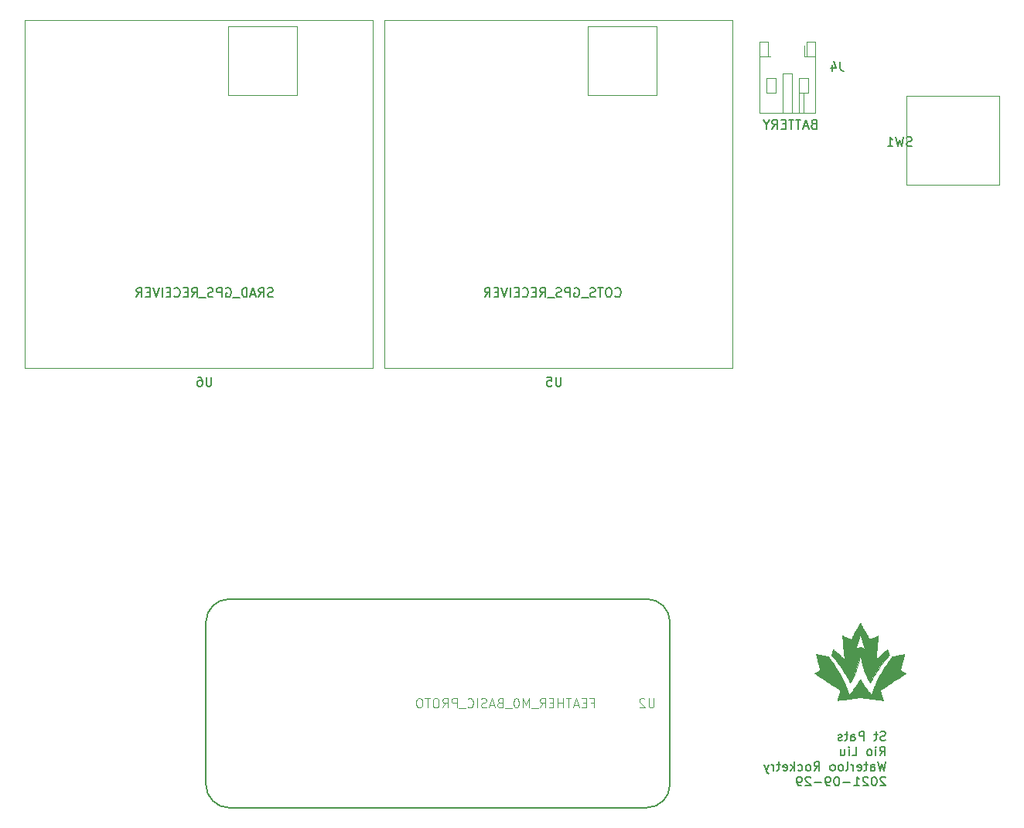
<source format=gbr>
%TF.GenerationSoftware,KiCad,Pcbnew,5.1.9+dfsg1-1*%
%TF.CreationDate,2021-09-30T01:50:27+00:00*%
%TF.ProjectId,st_pat,73745f70-6174-42e6-9b69-6361645f7063,rev?*%
%TF.SameCoordinates,Original*%
%TF.FileFunction,Legend,Bot*%
%TF.FilePolarity,Positive*%
%FSLAX46Y46*%
G04 Gerber Fmt 4.6, Leading zero omitted, Abs format (unit mm)*
G04 Created by KiCad (PCBNEW 5.1.9+dfsg1-1) date 2021-09-30 01:50:27*
%MOMM*%
%LPD*%
G01*
G04 APERTURE LIST*
%ADD10C,0.150000*%
%ADD11C,0.010000*%
%ADD12C,0.127000*%
%ADD13C,0.120000*%
%ADD14C,0.015000*%
G04 APERTURE END LIST*
D10*
X188180023Y-116293761D02*
X188037166Y-116341380D01*
X187799071Y-116341380D01*
X187703833Y-116293761D01*
X187656214Y-116246142D01*
X187608595Y-116150904D01*
X187608595Y-116055666D01*
X187656214Y-115960428D01*
X187703833Y-115912809D01*
X187799071Y-115865190D01*
X187989547Y-115817571D01*
X188084785Y-115769952D01*
X188132404Y-115722333D01*
X188180023Y-115627095D01*
X188180023Y-115531857D01*
X188132404Y-115436619D01*
X188084785Y-115389000D01*
X187989547Y-115341380D01*
X187751452Y-115341380D01*
X187608595Y-115389000D01*
X187322880Y-115674714D02*
X186941928Y-115674714D01*
X187180023Y-115341380D02*
X187180023Y-116198523D01*
X187132404Y-116293761D01*
X187037166Y-116341380D01*
X186941928Y-116341380D01*
X185846690Y-116341380D02*
X185846690Y-115341380D01*
X185465738Y-115341380D01*
X185370500Y-115389000D01*
X185322880Y-115436619D01*
X185275261Y-115531857D01*
X185275261Y-115674714D01*
X185322880Y-115769952D01*
X185370500Y-115817571D01*
X185465738Y-115865190D01*
X185846690Y-115865190D01*
X184418119Y-116341380D02*
X184418119Y-115817571D01*
X184465738Y-115722333D01*
X184560976Y-115674714D01*
X184751452Y-115674714D01*
X184846690Y-115722333D01*
X184418119Y-116293761D02*
X184513357Y-116341380D01*
X184751452Y-116341380D01*
X184846690Y-116293761D01*
X184894309Y-116198523D01*
X184894309Y-116103285D01*
X184846690Y-116008047D01*
X184751452Y-115960428D01*
X184513357Y-115960428D01*
X184418119Y-115912809D01*
X184084785Y-115674714D02*
X183703833Y-115674714D01*
X183941928Y-115341380D02*
X183941928Y-116198523D01*
X183894309Y-116293761D01*
X183799071Y-116341380D01*
X183703833Y-116341380D01*
X183418119Y-116293761D02*
X183322880Y-116341380D01*
X183132404Y-116341380D01*
X183037166Y-116293761D01*
X182989547Y-116198523D01*
X182989547Y-116150904D01*
X183037166Y-116055666D01*
X183132404Y-116008047D01*
X183275261Y-116008047D01*
X183370500Y-115960428D01*
X183418119Y-115865190D01*
X183418119Y-115817571D01*
X183370500Y-115722333D01*
X183275261Y-115674714D01*
X183132404Y-115674714D01*
X183037166Y-115722333D01*
X187560976Y-117991380D02*
X187894309Y-117515190D01*
X188132404Y-117991380D02*
X188132404Y-116991380D01*
X187751452Y-116991380D01*
X187656214Y-117039000D01*
X187608595Y-117086619D01*
X187560976Y-117181857D01*
X187560976Y-117324714D01*
X187608595Y-117419952D01*
X187656214Y-117467571D01*
X187751452Y-117515190D01*
X188132404Y-117515190D01*
X187132404Y-117991380D02*
X187132404Y-117324714D01*
X187132404Y-116991380D02*
X187180023Y-117039000D01*
X187132404Y-117086619D01*
X187084785Y-117039000D01*
X187132404Y-116991380D01*
X187132404Y-117086619D01*
X186513357Y-117991380D02*
X186608595Y-117943761D01*
X186656214Y-117896142D01*
X186703833Y-117800904D01*
X186703833Y-117515190D01*
X186656214Y-117419952D01*
X186608595Y-117372333D01*
X186513357Y-117324714D01*
X186370500Y-117324714D01*
X186275261Y-117372333D01*
X186227642Y-117419952D01*
X186180023Y-117515190D01*
X186180023Y-117800904D01*
X186227642Y-117896142D01*
X186275261Y-117943761D01*
X186370500Y-117991380D01*
X186513357Y-117991380D01*
X184513357Y-117991380D02*
X184989547Y-117991380D01*
X184989547Y-116991380D01*
X184180023Y-117991380D02*
X184180023Y-117324714D01*
X184180023Y-116991380D02*
X184227642Y-117039000D01*
X184180023Y-117086619D01*
X184132404Y-117039000D01*
X184180023Y-116991380D01*
X184180023Y-117086619D01*
X183275261Y-117324714D02*
X183275261Y-117991380D01*
X183703833Y-117324714D02*
X183703833Y-117848523D01*
X183656214Y-117943761D01*
X183560976Y-117991380D01*
X183418119Y-117991380D01*
X183322880Y-117943761D01*
X183275261Y-117896142D01*
X188227642Y-118641380D02*
X187989547Y-119641380D01*
X187799071Y-118927095D01*
X187608595Y-119641380D01*
X187370500Y-118641380D01*
X186560976Y-119641380D02*
X186560976Y-119117571D01*
X186608595Y-119022333D01*
X186703833Y-118974714D01*
X186894309Y-118974714D01*
X186989547Y-119022333D01*
X186560976Y-119593761D02*
X186656214Y-119641380D01*
X186894309Y-119641380D01*
X186989547Y-119593761D01*
X187037166Y-119498523D01*
X187037166Y-119403285D01*
X186989547Y-119308047D01*
X186894309Y-119260428D01*
X186656214Y-119260428D01*
X186560976Y-119212809D01*
X186227642Y-118974714D02*
X185846690Y-118974714D01*
X186084785Y-118641380D02*
X186084785Y-119498523D01*
X186037166Y-119593761D01*
X185941928Y-119641380D01*
X185846690Y-119641380D01*
X185132404Y-119593761D02*
X185227642Y-119641380D01*
X185418119Y-119641380D01*
X185513357Y-119593761D01*
X185560976Y-119498523D01*
X185560976Y-119117571D01*
X185513357Y-119022333D01*
X185418119Y-118974714D01*
X185227642Y-118974714D01*
X185132404Y-119022333D01*
X185084785Y-119117571D01*
X185084785Y-119212809D01*
X185560976Y-119308047D01*
X184656214Y-119641380D02*
X184656214Y-118974714D01*
X184656214Y-119165190D02*
X184608595Y-119069952D01*
X184560976Y-119022333D01*
X184465738Y-118974714D01*
X184370500Y-118974714D01*
X183894309Y-119641380D02*
X183989547Y-119593761D01*
X184037166Y-119498523D01*
X184037166Y-118641380D01*
X183370500Y-119641380D02*
X183465738Y-119593761D01*
X183513357Y-119546142D01*
X183560976Y-119450904D01*
X183560976Y-119165190D01*
X183513357Y-119069952D01*
X183465738Y-119022333D01*
X183370500Y-118974714D01*
X183227642Y-118974714D01*
X183132404Y-119022333D01*
X183084785Y-119069952D01*
X183037166Y-119165190D01*
X183037166Y-119450904D01*
X183084785Y-119546142D01*
X183132404Y-119593761D01*
X183227642Y-119641380D01*
X183370500Y-119641380D01*
X182465738Y-119641380D02*
X182560976Y-119593761D01*
X182608595Y-119546142D01*
X182656214Y-119450904D01*
X182656214Y-119165190D01*
X182608595Y-119069952D01*
X182560976Y-119022333D01*
X182465738Y-118974714D01*
X182322880Y-118974714D01*
X182227642Y-119022333D01*
X182180023Y-119069952D01*
X182132404Y-119165190D01*
X182132404Y-119450904D01*
X182180023Y-119546142D01*
X182227642Y-119593761D01*
X182322880Y-119641380D01*
X182465738Y-119641380D01*
X180370500Y-119641380D02*
X180703833Y-119165190D01*
X180941928Y-119641380D02*
X180941928Y-118641380D01*
X180560976Y-118641380D01*
X180465738Y-118689000D01*
X180418119Y-118736619D01*
X180370500Y-118831857D01*
X180370500Y-118974714D01*
X180418119Y-119069952D01*
X180465738Y-119117571D01*
X180560976Y-119165190D01*
X180941928Y-119165190D01*
X179799071Y-119641380D02*
X179894309Y-119593761D01*
X179941928Y-119546142D01*
X179989547Y-119450904D01*
X179989547Y-119165190D01*
X179941928Y-119069952D01*
X179894309Y-119022333D01*
X179799071Y-118974714D01*
X179656214Y-118974714D01*
X179560976Y-119022333D01*
X179513357Y-119069952D01*
X179465738Y-119165190D01*
X179465738Y-119450904D01*
X179513357Y-119546142D01*
X179560976Y-119593761D01*
X179656214Y-119641380D01*
X179799071Y-119641380D01*
X178608595Y-119593761D02*
X178703833Y-119641380D01*
X178894309Y-119641380D01*
X178989547Y-119593761D01*
X179037166Y-119546142D01*
X179084785Y-119450904D01*
X179084785Y-119165190D01*
X179037166Y-119069952D01*
X178989547Y-119022333D01*
X178894309Y-118974714D01*
X178703833Y-118974714D01*
X178608595Y-119022333D01*
X178180023Y-119641380D02*
X178180023Y-118641380D01*
X178084785Y-119260428D02*
X177799071Y-119641380D01*
X177799071Y-118974714D02*
X178180023Y-119355666D01*
X176989547Y-119593761D02*
X177084785Y-119641380D01*
X177275261Y-119641380D01*
X177370500Y-119593761D01*
X177418119Y-119498523D01*
X177418119Y-119117571D01*
X177370500Y-119022333D01*
X177275261Y-118974714D01*
X177084785Y-118974714D01*
X176989547Y-119022333D01*
X176941928Y-119117571D01*
X176941928Y-119212809D01*
X177418119Y-119308047D01*
X176656214Y-118974714D02*
X176275261Y-118974714D01*
X176513357Y-118641380D02*
X176513357Y-119498523D01*
X176465738Y-119593761D01*
X176370500Y-119641380D01*
X176275261Y-119641380D01*
X175941928Y-119641380D02*
X175941928Y-118974714D01*
X175941928Y-119165190D02*
X175894309Y-119069952D01*
X175846690Y-119022333D01*
X175751452Y-118974714D01*
X175656214Y-118974714D01*
X175418119Y-118974714D02*
X175180023Y-119641380D01*
X174941928Y-118974714D02*
X175180023Y-119641380D01*
X175275261Y-119879476D01*
X175322880Y-119927095D01*
X175418119Y-119974714D01*
X188180023Y-120386619D02*
X188132404Y-120339000D01*
X188037166Y-120291380D01*
X187799071Y-120291380D01*
X187703833Y-120339000D01*
X187656214Y-120386619D01*
X187608595Y-120481857D01*
X187608595Y-120577095D01*
X187656214Y-120719952D01*
X188227642Y-121291380D01*
X187608595Y-121291380D01*
X186989547Y-120291380D02*
X186894309Y-120291380D01*
X186799071Y-120339000D01*
X186751452Y-120386619D01*
X186703833Y-120481857D01*
X186656214Y-120672333D01*
X186656214Y-120910428D01*
X186703833Y-121100904D01*
X186751452Y-121196142D01*
X186799071Y-121243761D01*
X186894309Y-121291380D01*
X186989547Y-121291380D01*
X187084785Y-121243761D01*
X187132404Y-121196142D01*
X187180023Y-121100904D01*
X187227642Y-120910428D01*
X187227642Y-120672333D01*
X187180023Y-120481857D01*
X187132404Y-120386619D01*
X187084785Y-120339000D01*
X186989547Y-120291380D01*
X186275261Y-120386619D02*
X186227642Y-120339000D01*
X186132404Y-120291380D01*
X185894309Y-120291380D01*
X185799071Y-120339000D01*
X185751452Y-120386619D01*
X185703833Y-120481857D01*
X185703833Y-120577095D01*
X185751452Y-120719952D01*
X186322880Y-121291380D01*
X185703833Y-121291380D01*
X184751452Y-121291380D02*
X185322880Y-121291380D01*
X185037166Y-121291380D02*
X185037166Y-120291380D01*
X185132404Y-120434238D01*
X185227642Y-120529476D01*
X185322880Y-120577095D01*
X184322880Y-120910428D02*
X183560976Y-120910428D01*
X182894309Y-120291380D02*
X182799071Y-120291380D01*
X182703833Y-120339000D01*
X182656214Y-120386619D01*
X182608595Y-120481857D01*
X182560976Y-120672333D01*
X182560976Y-120910428D01*
X182608595Y-121100904D01*
X182656214Y-121196142D01*
X182703833Y-121243761D01*
X182799071Y-121291380D01*
X182894309Y-121291380D01*
X182989547Y-121243761D01*
X183037166Y-121196142D01*
X183084785Y-121100904D01*
X183132404Y-120910428D01*
X183132404Y-120672333D01*
X183084785Y-120481857D01*
X183037166Y-120386619D01*
X182989547Y-120339000D01*
X182894309Y-120291380D01*
X182084785Y-121291380D02*
X181894309Y-121291380D01*
X181799071Y-121243761D01*
X181751452Y-121196142D01*
X181656214Y-121053285D01*
X181608595Y-120862809D01*
X181608595Y-120481857D01*
X181656214Y-120386619D01*
X181703833Y-120339000D01*
X181799071Y-120291380D01*
X181989547Y-120291380D01*
X182084785Y-120339000D01*
X182132404Y-120386619D01*
X182180023Y-120481857D01*
X182180023Y-120719952D01*
X182132404Y-120815190D01*
X182084785Y-120862809D01*
X181989547Y-120910428D01*
X181799071Y-120910428D01*
X181703833Y-120862809D01*
X181656214Y-120815190D01*
X181608595Y-120719952D01*
X181180023Y-120910428D02*
X180418119Y-120910428D01*
X179989547Y-120386619D02*
X179941928Y-120339000D01*
X179846690Y-120291380D01*
X179608595Y-120291380D01*
X179513357Y-120339000D01*
X179465738Y-120386619D01*
X179418119Y-120481857D01*
X179418119Y-120577095D01*
X179465738Y-120719952D01*
X180037166Y-121291380D01*
X179418119Y-121291380D01*
X178941928Y-121291380D02*
X178751452Y-121291380D01*
X178656214Y-121243761D01*
X178608595Y-121196142D01*
X178513357Y-121053285D01*
X178465738Y-120862809D01*
X178465738Y-120481857D01*
X178513357Y-120386619D01*
X178560976Y-120339000D01*
X178656214Y-120291380D01*
X178846690Y-120291380D01*
X178941928Y-120339000D01*
X178989547Y-120386619D01*
X179037166Y-120481857D01*
X179037166Y-120719952D01*
X178989547Y-120815190D01*
X178941928Y-120862809D01*
X178846690Y-120910428D01*
X178656214Y-120910428D01*
X178560976Y-120862809D01*
X178513357Y-120815190D01*
X178465738Y-120719952D01*
D11*
%TO.C,G\u002A\u002A\u002A*%
G36*
X190218607Y-106883939D02*
G01*
X190179934Y-106890799D01*
X190119296Y-106902060D01*
X190039362Y-106917210D01*
X189942802Y-106935742D01*
X189832283Y-106957144D01*
X189710476Y-106980909D01*
X189580049Y-107006526D01*
X189577812Y-107006967D01*
X189416646Y-107038947D01*
X189281050Y-107066363D01*
X189169208Y-107089630D01*
X189079305Y-107109159D01*
X189009522Y-107125365D01*
X188958044Y-107138660D01*
X188923053Y-107149457D01*
X188902735Y-107158169D01*
X188897796Y-107161608D01*
X188872853Y-107188453D01*
X188834548Y-107235311D01*
X188785107Y-107299132D01*
X188726753Y-107376866D01*
X188661712Y-107465463D01*
X188592208Y-107561874D01*
X188520467Y-107663048D01*
X188448712Y-107765937D01*
X188379170Y-107867490D01*
X188335454Y-107932467D01*
X188128917Y-108250668D01*
X187926563Y-108579552D01*
X187730692Y-108914858D01*
X187543603Y-109252325D01*
X187367597Y-109587694D01*
X187204974Y-109916703D01*
X187058032Y-110235092D01*
X186930437Y-110535233D01*
X186898268Y-110617260D01*
X186863301Y-110710875D01*
X186827179Y-110811236D01*
X186791540Y-110913498D01*
X186758027Y-111012817D01*
X186728280Y-111104352D01*
X186703940Y-111183258D01*
X186686648Y-111244691D01*
X186679223Y-111276744D01*
X186670707Y-111310030D01*
X186661760Y-111327689D01*
X186659847Y-111328548D01*
X186646492Y-111318468D01*
X186617856Y-111290284D01*
X186576709Y-111247081D01*
X186525824Y-111191946D01*
X186467969Y-111127962D01*
X186405916Y-111058216D01*
X186342436Y-110985793D01*
X186280298Y-110913778D01*
X186222273Y-110845256D01*
X186179902Y-110794079D01*
X186050138Y-110630280D01*
X185930641Y-110468245D01*
X185817166Y-110301624D01*
X185705465Y-110124069D01*
X185591293Y-109929229D01*
X185538377Y-109834942D01*
X185498974Y-109765513D01*
X185463669Y-109706332D01*
X185434760Y-109661010D01*
X185414545Y-109633158D01*
X185405482Y-109626175D01*
X185394948Y-109642292D01*
X185374315Y-109677695D01*
X185346590Y-109727112D01*
X185315644Y-109783672D01*
X185161823Y-110055432D01*
X185005507Y-110305619D01*
X184842580Y-110540450D01*
X184668926Y-110766139D01*
X184647326Y-110792713D01*
X184594439Y-110856421D01*
X184535232Y-110926080D01*
X184472467Y-110998611D01*
X184408910Y-111070936D01*
X184347322Y-111139977D01*
X184290468Y-111202657D01*
X184241111Y-111255896D01*
X184202016Y-111296618D01*
X184175945Y-111321743D01*
X184166235Y-111328548D01*
X184157743Y-111316361D01*
X184148781Y-111286137D01*
X184146859Y-111276744D01*
X184136029Y-111231851D01*
X184116903Y-111165800D01*
X184091121Y-111083434D01*
X184060324Y-110989597D01*
X184026153Y-110889133D01*
X183990249Y-110786886D01*
X183954254Y-110687697D01*
X183919807Y-110596412D01*
X183895645Y-110535233D01*
X183769016Y-110237402D01*
X183624683Y-109924521D01*
X183464965Y-109600883D01*
X183292177Y-109270779D01*
X183108635Y-108938501D01*
X182916656Y-108608342D01*
X182718556Y-108284592D01*
X182516651Y-107971543D01*
X182492010Y-107934501D01*
X182425245Y-107835644D01*
X182354778Y-107733388D01*
X182282831Y-107630778D01*
X182211624Y-107530859D01*
X182143376Y-107436678D01*
X182080310Y-107351278D01*
X182024644Y-107277707D01*
X181978600Y-107219008D01*
X181944397Y-107178228D01*
X181928894Y-107162158D01*
X181914188Y-107154221D01*
X181884419Y-107144132D01*
X181837887Y-107131504D01*
X181772897Y-107115953D01*
X181687752Y-107097094D01*
X181580753Y-107074541D01*
X181450205Y-107047909D01*
X181294410Y-107016813D01*
X181248878Y-107007816D01*
X181118268Y-106982127D01*
X180996233Y-106958273D01*
X180885438Y-106936763D01*
X180788553Y-106918110D01*
X180708245Y-106902824D01*
X180647182Y-106891415D01*
X180608030Y-106884395D01*
X180593459Y-106882274D01*
X180593437Y-106882286D01*
X180596259Y-106895686D01*
X180605286Y-106933291D01*
X180619817Y-106992342D01*
X180639153Y-107070077D01*
X180662593Y-107163738D01*
X180689436Y-107270563D01*
X180718983Y-107387794D01*
X180750534Y-107512668D01*
X180783387Y-107642427D01*
X180816843Y-107774310D01*
X180850202Y-107905557D01*
X180882763Y-108033407D01*
X180913826Y-108155102D01*
X180942690Y-108267880D01*
X180968656Y-108368981D01*
X180991024Y-108455645D01*
X181009092Y-108525113D01*
X181022161Y-108574623D01*
X181029531Y-108601416D01*
X181029849Y-108602481D01*
X181026470Y-108613082D01*
X181009865Y-108629195D01*
X180977883Y-108652232D01*
X180928370Y-108683607D01*
X180859174Y-108724732D01*
X180768142Y-108777021D01*
X180737070Y-108794633D01*
X180654611Y-108841680D01*
X180580832Y-108884570D01*
X180519012Y-108921331D01*
X180472428Y-108949994D01*
X180444359Y-108968588D01*
X180437425Y-108974799D01*
X180448851Y-108983622D01*
X180482182Y-109006694D01*
X180535995Y-109043075D01*
X180608867Y-109091826D01*
X180699377Y-109152007D01*
X180806101Y-109222680D01*
X180927617Y-109302904D01*
X181062503Y-109391740D01*
X181209337Y-109488249D01*
X181366695Y-109591492D01*
X181533155Y-109700528D01*
X181707296Y-109814419D01*
X181842962Y-109903030D01*
X182021982Y-110020004D01*
X182194400Y-110132882D01*
X182358790Y-110240720D01*
X182513729Y-110342575D01*
X182657795Y-110437504D01*
X182789564Y-110524564D01*
X182907613Y-110602813D01*
X183010519Y-110671307D01*
X183096857Y-110729102D01*
X183165205Y-110775257D01*
X183214140Y-110808828D01*
X183242238Y-110828872D01*
X183248782Y-110834466D01*
X183244767Y-110850370D01*
X183233190Y-110889896D01*
X183214946Y-110950145D01*
X183190927Y-111028218D01*
X183162027Y-111121218D01*
X183129140Y-111226245D01*
X183093159Y-111340400D01*
X183080203Y-111381334D01*
X183043627Y-111497683D01*
X183010219Y-111605715D01*
X182980824Y-111702568D01*
X182956284Y-111785382D01*
X182937443Y-111851297D01*
X182925144Y-111897452D01*
X182920230Y-111920987D01*
X182920421Y-111923362D01*
X182935269Y-111923074D01*
X182975778Y-111919633D01*
X183039977Y-111913262D01*
X183125896Y-111904180D01*
X183231567Y-111892609D01*
X183355018Y-111878769D01*
X183494279Y-111862882D01*
X183647382Y-111845167D01*
X183812355Y-111825847D01*
X183987229Y-111805142D01*
X184170034Y-111783273D01*
X184171271Y-111783124D01*
X185413041Y-111633808D01*
X186629364Y-111780411D01*
X186810959Y-111802254D01*
X186985083Y-111823114D01*
X187149692Y-111842748D01*
X187302745Y-111860919D01*
X187442197Y-111877387D01*
X187566006Y-111891911D01*
X187672130Y-111904251D01*
X187758524Y-111914169D01*
X187823146Y-111921423D01*
X187863953Y-111925775D01*
X187878488Y-111927014D01*
X187903686Y-111922837D01*
X187911288Y-111915463D01*
X187907212Y-111900076D01*
X187895584Y-111861068D01*
X187877304Y-111801338D01*
X187853273Y-111723788D01*
X187824389Y-111631316D01*
X187791554Y-111526824D01*
X187755666Y-111413210D01*
X187744274Y-111377261D01*
X187707615Y-111261287D01*
X187673743Y-111153408D01*
X187643559Y-111056546D01*
X187617965Y-110973627D01*
X187597861Y-110907575D01*
X187584149Y-110861316D01*
X187577730Y-110837773D01*
X187577361Y-110835579D01*
X187588803Y-110826202D01*
X187622154Y-110802590D01*
X187675993Y-110765688D01*
X187748894Y-110716439D01*
X187839435Y-110655787D01*
X187946194Y-110584679D01*
X188067747Y-110504056D01*
X188202671Y-110414865D01*
X188349543Y-110318049D01*
X188506940Y-110214552D01*
X188673438Y-110105319D01*
X188847616Y-109991295D01*
X188983059Y-109902790D01*
X189162051Y-109785835D01*
X189334438Y-109673031D01*
X189498797Y-109565315D01*
X189653705Y-109463627D01*
X189797741Y-109368907D01*
X189929483Y-109282094D01*
X190047508Y-109204127D01*
X190150394Y-109135944D01*
X190236718Y-109078487D01*
X190305059Y-109032692D01*
X190353994Y-108999501D01*
X190382101Y-108979852D01*
X190388657Y-108974559D01*
X190377049Y-108965112D01*
X190344407Y-108944074D01*
X190294011Y-108913414D01*
X190229137Y-108875099D01*
X190153064Y-108831097D01*
X190089012Y-108794633D01*
X189991185Y-108738812D01*
X189915823Y-108694567D01*
X189860774Y-108660486D01*
X189823886Y-108635155D01*
X189803006Y-108617163D01*
X189795980Y-108605095D01*
X189796233Y-108602481D01*
X189803168Y-108577447D01*
X189815853Y-108529491D01*
X189833587Y-108461374D01*
X189855670Y-108375855D01*
X189881402Y-108275697D01*
X189910082Y-108163658D01*
X189941011Y-108042500D01*
X189973488Y-107914983D01*
X190006814Y-107783868D01*
X190040287Y-107651914D01*
X190073208Y-107521882D01*
X190104876Y-107396534D01*
X190134591Y-107278628D01*
X190161654Y-107170926D01*
X190185363Y-107076188D01*
X190205019Y-106997175D01*
X190219921Y-106936647D01*
X190229370Y-106897364D01*
X190232665Y-106882087D01*
X190232646Y-106881987D01*
X190218607Y-106883939D01*
G37*
X190218607Y-106883939D02*
X190179934Y-106890799D01*
X190119296Y-106902060D01*
X190039362Y-106917210D01*
X189942802Y-106935742D01*
X189832283Y-106957144D01*
X189710476Y-106980909D01*
X189580049Y-107006526D01*
X189577812Y-107006967D01*
X189416646Y-107038947D01*
X189281050Y-107066363D01*
X189169208Y-107089630D01*
X189079305Y-107109159D01*
X189009522Y-107125365D01*
X188958044Y-107138660D01*
X188923053Y-107149457D01*
X188902735Y-107158169D01*
X188897796Y-107161608D01*
X188872853Y-107188453D01*
X188834548Y-107235311D01*
X188785107Y-107299132D01*
X188726753Y-107376866D01*
X188661712Y-107465463D01*
X188592208Y-107561874D01*
X188520467Y-107663048D01*
X188448712Y-107765937D01*
X188379170Y-107867490D01*
X188335454Y-107932467D01*
X188128917Y-108250668D01*
X187926563Y-108579552D01*
X187730692Y-108914858D01*
X187543603Y-109252325D01*
X187367597Y-109587694D01*
X187204974Y-109916703D01*
X187058032Y-110235092D01*
X186930437Y-110535233D01*
X186898268Y-110617260D01*
X186863301Y-110710875D01*
X186827179Y-110811236D01*
X186791540Y-110913498D01*
X186758027Y-111012817D01*
X186728280Y-111104352D01*
X186703940Y-111183258D01*
X186686648Y-111244691D01*
X186679223Y-111276744D01*
X186670707Y-111310030D01*
X186661760Y-111327689D01*
X186659847Y-111328548D01*
X186646492Y-111318468D01*
X186617856Y-111290284D01*
X186576709Y-111247081D01*
X186525824Y-111191946D01*
X186467969Y-111127962D01*
X186405916Y-111058216D01*
X186342436Y-110985793D01*
X186280298Y-110913778D01*
X186222273Y-110845256D01*
X186179902Y-110794079D01*
X186050138Y-110630280D01*
X185930641Y-110468245D01*
X185817166Y-110301624D01*
X185705465Y-110124069D01*
X185591293Y-109929229D01*
X185538377Y-109834942D01*
X185498974Y-109765513D01*
X185463669Y-109706332D01*
X185434760Y-109661010D01*
X185414545Y-109633158D01*
X185405482Y-109626175D01*
X185394948Y-109642292D01*
X185374315Y-109677695D01*
X185346590Y-109727112D01*
X185315644Y-109783672D01*
X185161823Y-110055432D01*
X185005507Y-110305619D01*
X184842580Y-110540450D01*
X184668926Y-110766139D01*
X184647326Y-110792713D01*
X184594439Y-110856421D01*
X184535232Y-110926080D01*
X184472467Y-110998611D01*
X184408910Y-111070936D01*
X184347322Y-111139977D01*
X184290468Y-111202657D01*
X184241111Y-111255896D01*
X184202016Y-111296618D01*
X184175945Y-111321743D01*
X184166235Y-111328548D01*
X184157743Y-111316361D01*
X184148781Y-111286137D01*
X184146859Y-111276744D01*
X184136029Y-111231851D01*
X184116903Y-111165800D01*
X184091121Y-111083434D01*
X184060324Y-110989597D01*
X184026153Y-110889133D01*
X183990249Y-110786886D01*
X183954254Y-110687697D01*
X183919807Y-110596412D01*
X183895645Y-110535233D01*
X183769016Y-110237402D01*
X183624683Y-109924521D01*
X183464965Y-109600883D01*
X183292177Y-109270779D01*
X183108635Y-108938501D01*
X182916656Y-108608342D01*
X182718556Y-108284592D01*
X182516651Y-107971543D01*
X182492010Y-107934501D01*
X182425245Y-107835644D01*
X182354778Y-107733388D01*
X182282831Y-107630778D01*
X182211624Y-107530859D01*
X182143376Y-107436678D01*
X182080310Y-107351278D01*
X182024644Y-107277707D01*
X181978600Y-107219008D01*
X181944397Y-107178228D01*
X181928894Y-107162158D01*
X181914188Y-107154221D01*
X181884419Y-107144132D01*
X181837887Y-107131504D01*
X181772897Y-107115953D01*
X181687752Y-107097094D01*
X181580753Y-107074541D01*
X181450205Y-107047909D01*
X181294410Y-107016813D01*
X181248878Y-107007816D01*
X181118268Y-106982127D01*
X180996233Y-106958273D01*
X180885438Y-106936763D01*
X180788553Y-106918110D01*
X180708245Y-106902824D01*
X180647182Y-106891415D01*
X180608030Y-106884395D01*
X180593459Y-106882274D01*
X180593437Y-106882286D01*
X180596259Y-106895686D01*
X180605286Y-106933291D01*
X180619817Y-106992342D01*
X180639153Y-107070077D01*
X180662593Y-107163738D01*
X180689436Y-107270563D01*
X180718983Y-107387794D01*
X180750534Y-107512668D01*
X180783387Y-107642427D01*
X180816843Y-107774310D01*
X180850202Y-107905557D01*
X180882763Y-108033407D01*
X180913826Y-108155102D01*
X180942690Y-108267880D01*
X180968656Y-108368981D01*
X180991024Y-108455645D01*
X181009092Y-108525113D01*
X181022161Y-108574623D01*
X181029531Y-108601416D01*
X181029849Y-108602481D01*
X181026470Y-108613082D01*
X181009865Y-108629195D01*
X180977883Y-108652232D01*
X180928370Y-108683607D01*
X180859174Y-108724732D01*
X180768142Y-108777021D01*
X180737070Y-108794633D01*
X180654611Y-108841680D01*
X180580832Y-108884570D01*
X180519012Y-108921331D01*
X180472428Y-108949994D01*
X180444359Y-108968588D01*
X180437425Y-108974799D01*
X180448851Y-108983622D01*
X180482182Y-109006694D01*
X180535995Y-109043075D01*
X180608867Y-109091826D01*
X180699377Y-109152007D01*
X180806101Y-109222680D01*
X180927617Y-109302904D01*
X181062503Y-109391740D01*
X181209337Y-109488249D01*
X181366695Y-109591492D01*
X181533155Y-109700528D01*
X181707296Y-109814419D01*
X181842962Y-109903030D01*
X182021982Y-110020004D01*
X182194400Y-110132882D01*
X182358790Y-110240720D01*
X182513729Y-110342575D01*
X182657795Y-110437504D01*
X182789564Y-110524564D01*
X182907613Y-110602813D01*
X183010519Y-110671307D01*
X183096857Y-110729102D01*
X183165205Y-110775257D01*
X183214140Y-110808828D01*
X183242238Y-110828872D01*
X183248782Y-110834466D01*
X183244767Y-110850370D01*
X183233190Y-110889896D01*
X183214946Y-110950145D01*
X183190927Y-111028218D01*
X183162027Y-111121218D01*
X183129140Y-111226245D01*
X183093159Y-111340400D01*
X183080203Y-111381334D01*
X183043627Y-111497683D01*
X183010219Y-111605715D01*
X182980824Y-111702568D01*
X182956284Y-111785382D01*
X182937443Y-111851297D01*
X182925144Y-111897452D01*
X182920230Y-111920987D01*
X182920421Y-111923362D01*
X182935269Y-111923074D01*
X182975778Y-111919633D01*
X183039977Y-111913262D01*
X183125896Y-111904180D01*
X183231567Y-111892609D01*
X183355018Y-111878769D01*
X183494279Y-111862882D01*
X183647382Y-111845167D01*
X183812355Y-111825847D01*
X183987229Y-111805142D01*
X184170034Y-111783273D01*
X184171271Y-111783124D01*
X185413041Y-111633808D01*
X186629364Y-111780411D01*
X186810959Y-111802254D01*
X186985083Y-111823114D01*
X187149692Y-111842748D01*
X187302745Y-111860919D01*
X187442197Y-111877387D01*
X187566006Y-111891911D01*
X187672130Y-111904251D01*
X187758524Y-111914169D01*
X187823146Y-111921423D01*
X187863953Y-111925775D01*
X187878488Y-111927014D01*
X187903686Y-111922837D01*
X187911288Y-111915463D01*
X187907212Y-111900076D01*
X187895584Y-111861068D01*
X187877304Y-111801338D01*
X187853273Y-111723788D01*
X187824389Y-111631316D01*
X187791554Y-111526824D01*
X187755666Y-111413210D01*
X187744274Y-111377261D01*
X187707615Y-111261287D01*
X187673743Y-111153408D01*
X187643559Y-111056546D01*
X187617965Y-110973627D01*
X187597861Y-110907575D01*
X187584149Y-110861316D01*
X187577730Y-110837773D01*
X187577361Y-110835579D01*
X187588803Y-110826202D01*
X187622154Y-110802590D01*
X187675993Y-110765688D01*
X187748894Y-110716439D01*
X187839435Y-110655787D01*
X187946194Y-110584679D01*
X188067747Y-110504056D01*
X188202671Y-110414865D01*
X188349543Y-110318049D01*
X188506940Y-110214552D01*
X188673438Y-110105319D01*
X188847616Y-109991295D01*
X188983059Y-109902790D01*
X189162051Y-109785835D01*
X189334438Y-109673031D01*
X189498797Y-109565315D01*
X189653705Y-109463627D01*
X189797741Y-109368907D01*
X189929483Y-109282094D01*
X190047508Y-109204127D01*
X190150394Y-109135944D01*
X190236718Y-109078487D01*
X190305059Y-109032692D01*
X190353994Y-108999501D01*
X190382101Y-108979852D01*
X190388657Y-108974559D01*
X190377049Y-108965112D01*
X190344407Y-108944074D01*
X190294011Y-108913414D01*
X190229137Y-108875099D01*
X190153064Y-108831097D01*
X190089012Y-108794633D01*
X189991185Y-108738812D01*
X189915823Y-108694567D01*
X189860774Y-108660486D01*
X189823886Y-108635155D01*
X189803006Y-108617163D01*
X189795980Y-108605095D01*
X189796233Y-108602481D01*
X189803168Y-108577447D01*
X189815853Y-108529491D01*
X189833587Y-108461374D01*
X189855670Y-108375855D01*
X189881402Y-108275697D01*
X189910082Y-108163658D01*
X189941011Y-108042500D01*
X189973488Y-107914983D01*
X190006814Y-107783868D01*
X190040287Y-107651914D01*
X190073208Y-107521882D01*
X190104876Y-107396534D01*
X190134591Y-107278628D01*
X190161654Y-107170926D01*
X190185363Y-107076188D01*
X190205019Y-106997175D01*
X190219921Y-106936647D01*
X190229370Y-106897364D01*
X190232665Y-106882087D01*
X190232646Y-106881987D01*
X190218607Y-106883939D01*
G36*
X185404172Y-103491810D02*
G01*
X185382969Y-103526138D01*
X185350534Y-103580988D01*
X185307966Y-103654430D01*
X185256366Y-103744537D01*
X185196834Y-103849380D01*
X185130470Y-103967029D01*
X185058374Y-104095556D01*
X184981648Y-104233033D01*
X184915106Y-104352787D01*
X184835262Y-104496733D01*
X184759205Y-104633789D01*
X184688035Y-104761976D01*
X184622853Y-104879311D01*
X184564762Y-104983816D01*
X184514862Y-105073509D01*
X184474255Y-105146410D01*
X184444041Y-105200539D01*
X184425322Y-105233916D01*
X184419333Y-105244394D01*
X184410886Y-105247201D01*
X184391181Y-105243900D01*
X184358174Y-105233702D01*
X184309820Y-105215817D01*
X184244077Y-105189456D01*
X184158898Y-105153831D01*
X184052240Y-105108152D01*
X183938435Y-105058770D01*
X183831542Y-105012519D01*
X183732735Y-104970396D01*
X183644891Y-104933580D01*
X183570887Y-104903250D01*
X183513602Y-104880585D01*
X183475914Y-104866763D01*
X183460699Y-104862964D01*
X183460601Y-104863034D01*
X183460640Y-104877846D01*
X183463210Y-104918416D01*
X183468141Y-104982798D01*
X183475258Y-105069044D01*
X183484390Y-105175209D01*
X183495365Y-105299346D01*
X183508010Y-105439509D01*
X183522152Y-105593751D01*
X183537620Y-105760127D01*
X183554240Y-105936690D01*
X183571841Y-106121493D01*
X183574788Y-106152226D01*
X183592559Y-106338115D01*
X183609436Y-106516027D01*
X183625242Y-106684020D01*
X183639802Y-106840154D01*
X183652937Y-106982488D01*
X183664472Y-107109082D01*
X183674231Y-107217995D01*
X183682035Y-107307285D01*
X183687709Y-107375013D01*
X183691077Y-107419238D01*
X183691960Y-107438019D01*
X183691855Y-107438538D01*
X183680697Y-107430621D01*
X183650625Y-107405773D01*
X183603487Y-107365605D01*
X183541133Y-107311726D01*
X183465409Y-107245745D01*
X183378165Y-107169272D01*
X183281249Y-107083918D01*
X183176510Y-106991291D01*
X183083878Y-106909079D01*
X182973784Y-106811387D01*
X182869801Y-106719446D01*
X182773800Y-106634890D01*
X182687652Y-106559352D01*
X182613231Y-106494465D01*
X182552406Y-106441861D01*
X182507051Y-106403174D01*
X182479036Y-106380035D01*
X182470294Y-106373809D01*
X182466045Y-106376925D01*
X182459516Y-106387816D01*
X182449802Y-106408795D01*
X182435998Y-106442177D01*
X182417199Y-106490276D01*
X182392499Y-106555404D01*
X182360994Y-106639877D01*
X182321778Y-106746007D01*
X182276494Y-106869166D01*
X182235147Y-106981784D01*
X182353748Y-107118604D01*
X182506768Y-107299611D01*
X182667267Y-107497790D01*
X182832993Y-107709920D01*
X183001694Y-107932782D01*
X183171121Y-108163156D01*
X183339021Y-108397821D01*
X183503143Y-108633558D01*
X183661236Y-108867146D01*
X183811048Y-109095366D01*
X183950328Y-109314997D01*
X184076826Y-109522819D01*
X184188289Y-109715613D01*
X184255616Y-109838873D01*
X184331199Y-109981245D01*
X184377111Y-109914515D01*
X184464633Y-109777790D01*
X184555323Y-109618444D01*
X184647001Y-109441174D01*
X184737486Y-109250674D01*
X184824596Y-109051642D01*
X184906151Y-108848774D01*
X184979969Y-108646765D01*
X185016385Y-108538028D01*
X185082051Y-108323960D01*
X185147778Y-108088794D01*
X185211911Y-107839211D01*
X185272791Y-107581896D01*
X185328763Y-107323531D01*
X185372308Y-107102394D01*
X185411742Y-106891527D01*
X185483393Y-107248531D01*
X185562574Y-107620304D01*
X185645986Y-107966580D01*
X185734380Y-108289476D01*
X185828506Y-108591112D01*
X185929115Y-108873606D01*
X186036957Y-109139077D01*
X186152782Y-109389644D01*
X186277340Y-109627427D01*
X186399463Y-109835377D01*
X186432713Y-109888208D01*
X186461137Y-109931711D01*
X186481286Y-109960711D01*
X186489108Y-109969978D01*
X186499439Y-109961278D01*
X186518669Y-109932679D01*
X186543527Y-109889318D01*
X186558075Y-109861697D01*
X186638970Y-109710968D01*
X186736218Y-109542122D01*
X186847842Y-109357990D01*
X186971868Y-109161403D01*
X187106319Y-108955194D01*
X187249219Y-108742193D01*
X187398592Y-108525232D01*
X187552462Y-108307144D01*
X187708853Y-108090758D01*
X187865789Y-107878908D01*
X188021294Y-107674425D01*
X188173392Y-107480139D01*
X188320107Y-107298884D01*
X188459463Y-107133489D01*
X188472334Y-107118604D01*
X188590935Y-106981784D01*
X188549588Y-106869166D01*
X188502192Y-106740271D01*
X188463369Y-106635236D01*
X188432217Y-106551748D01*
X188407831Y-106487495D01*
X188389307Y-106440164D01*
X188375741Y-106407443D01*
X188366229Y-106387020D01*
X188359867Y-106376582D01*
X188355936Y-106373809D01*
X188343756Y-106382801D01*
X188312673Y-106408689D01*
X188264561Y-106449841D01*
X188201290Y-106504626D01*
X188124733Y-106571411D01*
X188036761Y-106648565D01*
X187939245Y-106734455D01*
X187834058Y-106827451D01*
X187742198Y-106908924D01*
X187632273Y-107006381D01*
X187528627Y-107097924D01*
X187433108Y-107181945D01*
X187347564Y-107256835D01*
X187273844Y-107320983D01*
X187213796Y-107372780D01*
X187169268Y-107410618D01*
X187142110Y-107432887D01*
X187134072Y-107438383D01*
X187134551Y-107424018D01*
X187137541Y-107383887D01*
X187142867Y-107319932D01*
X187150350Y-107234093D01*
X187159814Y-107128309D01*
X187171083Y-107004522D01*
X187183979Y-106864672D01*
X187198325Y-106710699D01*
X187213946Y-106544543D01*
X187230663Y-106368146D01*
X187232823Y-106345517D01*
X185918761Y-106345517D01*
X185913675Y-106347002D01*
X185893224Y-106331940D01*
X185861665Y-106303527D01*
X185857581Y-106299611D01*
X185808345Y-106258626D01*
X185747164Y-106216615D01*
X185691397Y-106184857D01*
X185567176Y-106137687D01*
X185441078Y-106117548D01*
X185315854Y-106124020D01*
X185194257Y-106156685D01*
X185079039Y-106215125D01*
X184979096Y-106293106D01*
X184943477Y-106324838D01*
X184918193Y-106344248D01*
X184907417Y-106348247D01*
X184907639Y-106345973D01*
X184913007Y-106329234D01*
X184925907Y-106288302D01*
X184945593Y-106225562D01*
X184971319Y-106143396D01*
X185002341Y-106044191D01*
X185037912Y-105930328D01*
X185077287Y-105804193D01*
X185119720Y-105668169D01*
X185162241Y-105531781D01*
X185206706Y-105389200D01*
X185248685Y-105254742D01*
X185287454Y-105130722D01*
X185322287Y-105019456D01*
X185352458Y-104923256D01*
X185377240Y-104844438D01*
X185395909Y-104785316D01*
X185407738Y-104748205D01*
X185411992Y-104735424D01*
X185416461Y-104747775D01*
X185428470Y-104784420D01*
X185447297Y-104843072D01*
X185472218Y-104921444D01*
X185502511Y-105017248D01*
X185537452Y-105128199D01*
X185576318Y-105252009D01*
X185618386Y-105386391D01*
X185662834Y-105528739D01*
X185707598Y-105672217D01*
X185750019Y-105808064D01*
X185789353Y-105933901D01*
X185824854Y-106047353D01*
X185855777Y-106146042D01*
X185881378Y-106227590D01*
X185900913Y-106289621D01*
X185913635Y-106329757D01*
X185918761Y-106345517D01*
X187232823Y-106345517D01*
X187248300Y-106183447D01*
X187251294Y-106152226D01*
X187269037Y-105966262D01*
X187285825Y-105788220D01*
X187301486Y-105620045D01*
X187315848Y-105463685D01*
X187328738Y-105321086D01*
X187339984Y-105194195D01*
X187349414Y-105084958D01*
X187356856Y-104995322D01*
X187362138Y-104927233D01*
X187365087Y-104882639D01*
X187365531Y-104863484D01*
X187365354Y-104862907D01*
X187351029Y-104866256D01*
X187314125Y-104879663D01*
X187257528Y-104901948D01*
X187184125Y-104931932D01*
X187096803Y-104968435D01*
X186998450Y-105010277D01*
X186891952Y-105056278D01*
X186889751Y-105057236D01*
X186783229Y-105103540D01*
X186684989Y-105146138D01*
X186597895Y-105183797D01*
X186524808Y-105215284D01*
X186468590Y-105239366D01*
X186432103Y-105254809D01*
X186418210Y-105260382D01*
X186418182Y-105260384D01*
X186410831Y-105248521D01*
X186391081Y-105214206D01*
X186359996Y-105159344D01*
X186318646Y-105085843D01*
X186268096Y-104995612D01*
X186209414Y-104890557D01*
X186143667Y-104772586D01*
X186071921Y-104643607D01*
X185995245Y-104505526D01*
X185920178Y-104370132D01*
X185839703Y-104225212D01*
X185762937Y-104087622D01*
X185690968Y-103959271D01*
X185624884Y-103842072D01*
X185565774Y-103737933D01*
X185514725Y-103648764D01*
X185472826Y-103576476D01*
X185441165Y-103522978D01*
X185420831Y-103490182D01*
X185413041Y-103479933D01*
X185404172Y-103491810D01*
G37*
X185404172Y-103491810D02*
X185382969Y-103526138D01*
X185350534Y-103580988D01*
X185307966Y-103654430D01*
X185256366Y-103744537D01*
X185196834Y-103849380D01*
X185130470Y-103967029D01*
X185058374Y-104095556D01*
X184981648Y-104233033D01*
X184915106Y-104352787D01*
X184835262Y-104496733D01*
X184759205Y-104633789D01*
X184688035Y-104761976D01*
X184622853Y-104879311D01*
X184564762Y-104983816D01*
X184514862Y-105073509D01*
X184474255Y-105146410D01*
X184444041Y-105200539D01*
X184425322Y-105233916D01*
X184419333Y-105244394D01*
X184410886Y-105247201D01*
X184391181Y-105243900D01*
X184358174Y-105233702D01*
X184309820Y-105215817D01*
X184244077Y-105189456D01*
X184158898Y-105153831D01*
X184052240Y-105108152D01*
X183938435Y-105058770D01*
X183831542Y-105012519D01*
X183732735Y-104970396D01*
X183644891Y-104933580D01*
X183570887Y-104903250D01*
X183513602Y-104880585D01*
X183475914Y-104866763D01*
X183460699Y-104862964D01*
X183460601Y-104863034D01*
X183460640Y-104877846D01*
X183463210Y-104918416D01*
X183468141Y-104982798D01*
X183475258Y-105069044D01*
X183484390Y-105175209D01*
X183495365Y-105299346D01*
X183508010Y-105439509D01*
X183522152Y-105593751D01*
X183537620Y-105760127D01*
X183554240Y-105936690D01*
X183571841Y-106121493D01*
X183574788Y-106152226D01*
X183592559Y-106338115D01*
X183609436Y-106516027D01*
X183625242Y-106684020D01*
X183639802Y-106840154D01*
X183652937Y-106982488D01*
X183664472Y-107109082D01*
X183674231Y-107217995D01*
X183682035Y-107307285D01*
X183687709Y-107375013D01*
X183691077Y-107419238D01*
X183691960Y-107438019D01*
X183691855Y-107438538D01*
X183680697Y-107430621D01*
X183650625Y-107405773D01*
X183603487Y-107365605D01*
X183541133Y-107311726D01*
X183465409Y-107245745D01*
X183378165Y-107169272D01*
X183281249Y-107083918D01*
X183176510Y-106991291D01*
X183083878Y-106909079D01*
X182973784Y-106811387D01*
X182869801Y-106719446D01*
X182773800Y-106634890D01*
X182687652Y-106559352D01*
X182613231Y-106494465D01*
X182552406Y-106441861D01*
X182507051Y-106403174D01*
X182479036Y-106380035D01*
X182470294Y-106373809D01*
X182466045Y-106376925D01*
X182459516Y-106387816D01*
X182449802Y-106408795D01*
X182435998Y-106442177D01*
X182417199Y-106490276D01*
X182392499Y-106555404D01*
X182360994Y-106639877D01*
X182321778Y-106746007D01*
X182276494Y-106869166D01*
X182235147Y-106981784D01*
X182353748Y-107118604D01*
X182506768Y-107299611D01*
X182667267Y-107497790D01*
X182832993Y-107709920D01*
X183001694Y-107932782D01*
X183171121Y-108163156D01*
X183339021Y-108397821D01*
X183503143Y-108633558D01*
X183661236Y-108867146D01*
X183811048Y-109095366D01*
X183950328Y-109314997D01*
X184076826Y-109522819D01*
X184188289Y-109715613D01*
X184255616Y-109838873D01*
X184331199Y-109981245D01*
X184377111Y-109914515D01*
X184464633Y-109777790D01*
X184555323Y-109618444D01*
X184647001Y-109441174D01*
X184737486Y-109250674D01*
X184824596Y-109051642D01*
X184906151Y-108848774D01*
X184979969Y-108646765D01*
X185016385Y-108538028D01*
X185082051Y-108323960D01*
X185147778Y-108088794D01*
X185211911Y-107839211D01*
X185272791Y-107581896D01*
X185328763Y-107323531D01*
X185372308Y-107102394D01*
X185411742Y-106891527D01*
X185483393Y-107248531D01*
X185562574Y-107620304D01*
X185645986Y-107966580D01*
X185734380Y-108289476D01*
X185828506Y-108591112D01*
X185929115Y-108873606D01*
X186036957Y-109139077D01*
X186152782Y-109389644D01*
X186277340Y-109627427D01*
X186399463Y-109835377D01*
X186432713Y-109888208D01*
X186461137Y-109931711D01*
X186481286Y-109960711D01*
X186489108Y-109969978D01*
X186499439Y-109961278D01*
X186518669Y-109932679D01*
X186543527Y-109889318D01*
X186558075Y-109861697D01*
X186638970Y-109710968D01*
X186736218Y-109542122D01*
X186847842Y-109357990D01*
X186971868Y-109161403D01*
X187106319Y-108955194D01*
X187249219Y-108742193D01*
X187398592Y-108525232D01*
X187552462Y-108307144D01*
X187708853Y-108090758D01*
X187865789Y-107878908D01*
X188021294Y-107674425D01*
X188173392Y-107480139D01*
X188320107Y-107298884D01*
X188459463Y-107133489D01*
X188472334Y-107118604D01*
X188590935Y-106981784D01*
X188549588Y-106869166D01*
X188502192Y-106740271D01*
X188463369Y-106635236D01*
X188432217Y-106551748D01*
X188407831Y-106487495D01*
X188389307Y-106440164D01*
X188375741Y-106407443D01*
X188366229Y-106387020D01*
X188359867Y-106376582D01*
X188355936Y-106373809D01*
X188343756Y-106382801D01*
X188312673Y-106408689D01*
X188264561Y-106449841D01*
X188201290Y-106504626D01*
X188124733Y-106571411D01*
X188036761Y-106648565D01*
X187939245Y-106734455D01*
X187834058Y-106827451D01*
X187742198Y-106908924D01*
X187632273Y-107006381D01*
X187528627Y-107097924D01*
X187433108Y-107181945D01*
X187347564Y-107256835D01*
X187273844Y-107320983D01*
X187213796Y-107372780D01*
X187169268Y-107410618D01*
X187142110Y-107432887D01*
X187134072Y-107438383D01*
X187134551Y-107424018D01*
X187137541Y-107383887D01*
X187142867Y-107319932D01*
X187150350Y-107234093D01*
X187159814Y-107128309D01*
X187171083Y-107004522D01*
X187183979Y-106864672D01*
X187198325Y-106710699D01*
X187213946Y-106544543D01*
X187230663Y-106368146D01*
X187232823Y-106345517D01*
X185918761Y-106345517D01*
X185913675Y-106347002D01*
X185893224Y-106331940D01*
X185861665Y-106303527D01*
X185857581Y-106299611D01*
X185808345Y-106258626D01*
X185747164Y-106216615D01*
X185691397Y-106184857D01*
X185567176Y-106137687D01*
X185441078Y-106117548D01*
X185315854Y-106124020D01*
X185194257Y-106156685D01*
X185079039Y-106215125D01*
X184979096Y-106293106D01*
X184943477Y-106324838D01*
X184918193Y-106344248D01*
X184907417Y-106348247D01*
X184907639Y-106345973D01*
X184913007Y-106329234D01*
X184925907Y-106288302D01*
X184945593Y-106225562D01*
X184971319Y-106143396D01*
X185002341Y-106044191D01*
X185037912Y-105930328D01*
X185077287Y-105804193D01*
X185119720Y-105668169D01*
X185162241Y-105531781D01*
X185206706Y-105389200D01*
X185248685Y-105254742D01*
X185287454Y-105130722D01*
X185322287Y-105019456D01*
X185352458Y-104923256D01*
X185377240Y-104844438D01*
X185395909Y-104785316D01*
X185407738Y-104748205D01*
X185411992Y-104735424D01*
X185416461Y-104747775D01*
X185428470Y-104784420D01*
X185447297Y-104843072D01*
X185472218Y-104921444D01*
X185502511Y-105017248D01*
X185537452Y-105128199D01*
X185576318Y-105252009D01*
X185618386Y-105386391D01*
X185662834Y-105528739D01*
X185707598Y-105672217D01*
X185750019Y-105808064D01*
X185789353Y-105933901D01*
X185824854Y-106047353D01*
X185855777Y-106146042D01*
X185881378Y-106227590D01*
X185900913Y-106289621D01*
X185913635Y-106329757D01*
X185918761Y-106345517D01*
X187232823Y-106345517D01*
X187248300Y-106183447D01*
X187251294Y-106152226D01*
X187269037Y-105966262D01*
X187285825Y-105788220D01*
X187301486Y-105620045D01*
X187315848Y-105463685D01*
X187328738Y-105321086D01*
X187339984Y-105194195D01*
X187349414Y-105084958D01*
X187356856Y-104995322D01*
X187362138Y-104927233D01*
X187365087Y-104882639D01*
X187365531Y-104863484D01*
X187365354Y-104862907D01*
X187351029Y-104866256D01*
X187314125Y-104879663D01*
X187257528Y-104901948D01*
X187184125Y-104931932D01*
X187096803Y-104968435D01*
X186998450Y-105010277D01*
X186891952Y-105056278D01*
X186889751Y-105057236D01*
X186783229Y-105103540D01*
X186684989Y-105146138D01*
X186597895Y-105183797D01*
X186524808Y-105215284D01*
X186468590Y-105239366D01*
X186432103Y-105254809D01*
X186418210Y-105260382D01*
X186418182Y-105260384D01*
X186410831Y-105248521D01*
X186391081Y-105214206D01*
X186359996Y-105159344D01*
X186318646Y-105085843D01*
X186268096Y-104995612D01*
X186209414Y-104890557D01*
X186143667Y-104772586D01*
X186071921Y-104643607D01*
X185995245Y-104505526D01*
X185920178Y-104370132D01*
X185839703Y-104225212D01*
X185762937Y-104087622D01*
X185690968Y-103959271D01*
X185624884Y-103842072D01*
X185565774Y-103737933D01*
X185514725Y-103648764D01*
X185472826Y-103576476D01*
X185441165Y-103522978D01*
X185420831Y-103490182D01*
X185413041Y-103479933D01*
X185404172Y-103491810D01*
D12*
%TO.C,U2*%
X164592000Y-121158000D02*
X164592000Y-103378000D01*
X162052000Y-100838000D02*
X116332000Y-100838000D01*
X113792000Y-103378000D02*
X113792000Y-121158000D01*
X116332000Y-123698000D02*
X162052000Y-123698000D01*
X162052000Y-123698000D02*
G75*
G03*
X164592000Y-121158000I0J2540000D01*
G01*
X164592000Y-103378000D02*
G75*
G03*
X162052000Y-100838000I-2540000J0D01*
G01*
X116332000Y-100838000D02*
G75*
G03*
X113792000Y-103378000I0J-2540000D01*
G01*
X113792000Y-121158000D02*
G75*
G03*
X116332000Y-123698000I2540000J0D01*
G01*
D13*
%TO.C,U6*%
X132080000Y-75565000D02*
X132080000Y-37465000D01*
X132080000Y-37465000D02*
X93980000Y-37465000D01*
X93980000Y-37465000D02*
X93980000Y-75565000D01*
X93980000Y-75565000D02*
X132080000Y-75565000D01*
X123735000Y-38150000D02*
X116235000Y-38150000D01*
X116235000Y-38150000D02*
X116235000Y-45650000D01*
X116235000Y-45650000D02*
X123735000Y-45650000D01*
X123735000Y-45650000D02*
X123735000Y-38150000D01*
%TO.C,U5*%
X171450000Y-75565000D02*
X171450000Y-37465000D01*
X171450000Y-37465000D02*
X133350000Y-37465000D01*
X133350000Y-37465000D02*
X133350000Y-75565000D01*
X133350000Y-75565000D02*
X171450000Y-75565000D01*
X163105000Y-38150000D02*
X155605000Y-38150000D01*
X155605000Y-38150000D02*
X155605000Y-45650000D01*
X155605000Y-45650000D02*
X163105000Y-45650000D01*
X163105000Y-45650000D02*
X163105000Y-38150000D01*
%TO.C,SW1*%
X190520000Y-55510000D02*
X200660000Y-55510000D01*
X200660000Y-55510000D02*
X200660000Y-45760000D01*
X200660000Y-45760000D02*
X190520000Y-45760000D01*
X190520000Y-55510000D02*
X190520000Y-45760000D01*
%TO.C,J4*%
X179295000Y-41415000D02*
X179575000Y-41415000D01*
X179575000Y-41415000D02*
X179575000Y-39815000D01*
X179575000Y-39815000D02*
X180495000Y-39815000D01*
X180495000Y-39815000D02*
X180495000Y-47635000D01*
X180495000Y-47635000D02*
X174375000Y-47635000D01*
X174375000Y-47635000D02*
X174375000Y-39815000D01*
X174375000Y-39815000D02*
X175295000Y-39815000D01*
X175295000Y-39815000D02*
X175295000Y-41415000D01*
X175295000Y-41415000D02*
X175575000Y-41415000D01*
X177935000Y-47635000D02*
X177935000Y-43275000D01*
X177935000Y-43275000D02*
X176935000Y-43275000D01*
X176935000Y-43275000D02*
X176935000Y-47635000D01*
X180495000Y-41415000D02*
X179575000Y-41415000D01*
X174375000Y-41415000D02*
X175295000Y-41415000D01*
X179735000Y-43775000D02*
X179735000Y-45375000D01*
X179735000Y-45375000D02*
X178735000Y-45375000D01*
X178735000Y-45375000D02*
X178735000Y-43775000D01*
X178735000Y-43775000D02*
X179735000Y-43775000D01*
X175135000Y-43775000D02*
X175135000Y-45375000D01*
X175135000Y-45375000D02*
X176135000Y-45375000D01*
X176135000Y-45375000D02*
X176135000Y-43775000D01*
X176135000Y-43775000D02*
X175135000Y-43775000D01*
X178735000Y-45375000D02*
X178735000Y-47635000D01*
X179235000Y-45375000D02*
X179235000Y-47635000D01*
X179295000Y-41415000D02*
X179295000Y-40200000D01*
%TO.C,U2*%
D14*
X162813904Y-111720380D02*
X162813904Y-112529904D01*
X162766285Y-112625142D01*
X162718666Y-112672761D01*
X162623428Y-112720380D01*
X162432952Y-112720380D01*
X162337714Y-112672761D01*
X162290095Y-112625142D01*
X162242476Y-112529904D01*
X162242476Y-111720380D01*
X161813904Y-111815619D02*
X161766285Y-111768000D01*
X161671047Y-111720380D01*
X161432952Y-111720380D01*
X161337714Y-111768000D01*
X161290095Y-111815619D01*
X161242476Y-111910857D01*
X161242476Y-112006095D01*
X161290095Y-112148952D01*
X161861523Y-112720380D01*
X161242476Y-112720380D01*
X155915142Y-112196571D02*
X156248476Y-112196571D01*
X156248476Y-112720380D02*
X156248476Y-111720380D01*
X155772285Y-111720380D01*
X155391333Y-112196571D02*
X155058000Y-112196571D01*
X154915142Y-112720380D02*
X155391333Y-112720380D01*
X155391333Y-111720380D01*
X154915142Y-111720380D01*
X154534190Y-112434666D02*
X154058000Y-112434666D01*
X154629428Y-112720380D02*
X154296095Y-111720380D01*
X153962761Y-112720380D01*
X153772285Y-111720380D02*
X153200857Y-111720380D01*
X153486571Y-112720380D02*
X153486571Y-111720380D01*
X152867523Y-112720380D02*
X152867523Y-111720380D01*
X152867523Y-112196571D02*
X152296095Y-112196571D01*
X152296095Y-112720380D02*
X152296095Y-111720380D01*
X151819904Y-112196571D02*
X151486571Y-112196571D01*
X151343714Y-112720380D02*
X151819904Y-112720380D01*
X151819904Y-111720380D01*
X151343714Y-111720380D01*
X150343714Y-112720380D02*
X150677047Y-112244190D01*
X150915142Y-112720380D02*
X150915142Y-111720380D01*
X150534190Y-111720380D01*
X150438952Y-111768000D01*
X150391333Y-111815619D01*
X150343714Y-111910857D01*
X150343714Y-112053714D01*
X150391333Y-112148952D01*
X150438952Y-112196571D01*
X150534190Y-112244190D01*
X150915142Y-112244190D01*
X150153238Y-112815619D02*
X149391333Y-112815619D01*
X149153238Y-112720380D02*
X149153238Y-111720380D01*
X148819904Y-112434666D01*
X148486571Y-111720380D01*
X148486571Y-112720380D01*
X147819904Y-111720380D02*
X147724666Y-111720380D01*
X147629428Y-111768000D01*
X147581809Y-111815619D01*
X147534190Y-111910857D01*
X147486571Y-112101333D01*
X147486571Y-112339428D01*
X147534190Y-112529904D01*
X147581809Y-112625142D01*
X147629428Y-112672761D01*
X147724666Y-112720380D01*
X147819904Y-112720380D01*
X147915142Y-112672761D01*
X147962761Y-112625142D01*
X148010380Y-112529904D01*
X148058000Y-112339428D01*
X148058000Y-112101333D01*
X148010380Y-111910857D01*
X147962761Y-111815619D01*
X147915142Y-111768000D01*
X147819904Y-111720380D01*
X147296095Y-112815619D02*
X146534190Y-112815619D01*
X145962761Y-112196571D02*
X145819904Y-112244190D01*
X145772285Y-112291809D01*
X145724666Y-112387047D01*
X145724666Y-112529904D01*
X145772285Y-112625142D01*
X145819904Y-112672761D01*
X145915142Y-112720380D01*
X146296095Y-112720380D01*
X146296095Y-111720380D01*
X145962761Y-111720380D01*
X145867523Y-111768000D01*
X145819904Y-111815619D01*
X145772285Y-111910857D01*
X145772285Y-112006095D01*
X145819904Y-112101333D01*
X145867523Y-112148952D01*
X145962761Y-112196571D01*
X146296095Y-112196571D01*
X145343714Y-112434666D02*
X144867523Y-112434666D01*
X145438952Y-112720380D02*
X145105619Y-111720380D01*
X144772285Y-112720380D01*
X144486571Y-112672761D02*
X144343714Y-112720380D01*
X144105619Y-112720380D01*
X144010380Y-112672761D01*
X143962761Y-112625142D01*
X143915142Y-112529904D01*
X143915142Y-112434666D01*
X143962761Y-112339428D01*
X144010380Y-112291809D01*
X144105619Y-112244190D01*
X144296095Y-112196571D01*
X144391333Y-112148952D01*
X144438952Y-112101333D01*
X144486571Y-112006095D01*
X144486571Y-111910857D01*
X144438952Y-111815619D01*
X144391333Y-111768000D01*
X144296095Y-111720380D01*
X144058000Y-111720380D01*
X143915142Y-111768000D01*
X143486571Y-112720380D02*
X143486571Y-111720380D01*
X142438952Y-112625142D02*
X142486571Y-112672761D01*
X142629428Y-112720380D01*
X142724666Y-112720380D01*
X142867523Y-112672761D01*
X142962761Y-112577523D01*
X143010380Y-112482285D01*
X143058000Y-112291809D01*
X143058000Y-112148952D01*
X143010380Y-111958476D01*
X142962761Y-111863238D01*
X142867523Y-111768000D01*
X142724666Y-111720380D01*
X142629428Y-111720380D01*
X142486571Y-111768000D01*
X142438952Y-111815619D01*
X142248476Y-112815619D02*
X141486571Y-112815619D01*
X141248476Y-112720380D02*
X141248476Y-111720380D01*
X140867523Y-111720380D01*
X140772285Y-111768000D01*
X140724666Y-111815619D01*
X140677047Y-111910857D01*
X140677047Y-112053714D01*
X140724666Y-112148952D01*
X140772285Y-112196571D01*
X140867523Y-112244190D01*
X141248476Y-112244190D01*
X139677047Y-112720380D02*
X140010380Y-112244190D01*
X140248476Y-112720380D02*
X140248476Y-111720380D01*
X139867523Y-111720380D01*
X139772285Y-111768000D01*
X139724666Y-111815619D01*
X139677047Y-111910857D01*
X139677047Y-112053714D01*
X139724666Y-112148952D01*
X139772285Y-112196571D01*
X139867523Y-112244190D01*
X140248476Y-112244190D01*
X139058000Y-111720380D02*
X138867523Y-111720380D01*
X138772285Y-111768000D01*
X138677047Y-111863238D01*
X138629428Y-112053714D01*
X138629428Y-112387047D01*
X138677047Y-112577523D01*
X138772285Y-112672761D01*
X138867523Y-112720380D01*
X139058000Y-112720380D01*
X139153238Y-112672761D01*
X139248476Y-112577523D01*
X139296095Y-112387047D01*
X139296095Y-112053714D01*
X139248476Y-111863238D01*
X139153238Y-111768000D01*
X139058000Y-111720380D01*
X138343714Y-111720380D02*
X137772285Y-111720380D01*
X138058000Y-112720380D02*
X138058000Y-111720380D01*
X137248476Y-111720380D02*
X137058000Y-111720380D01*
X136962761Y-111768000D01*
X136867523Y-111863238D01*
X136819904Y-112053714D01*
X136819904Y-112387047D01*
X136867523Y-112577523D01*
X136962761Y-112672761D01*
X137058000Y-112720380D01*
X137248476Y-112720380D01*
X137343714Y-112672761D01*
X137438952Y-112577523D01*
X137486571Y-112387047D01*
X137486571Y-112053714D01*
X137438952Y-111863238D01*
X137343714Y-111768000D01*
X137248476Y-111720380D01*
%TO.C,U6*%
D10*
X114403904Y-76541380D02*
X114403904Y-77350904D01*
X114356285Y-77446142D01*
X114308666Y-77493761D01*
X114213428Y-77541380D01*
X114022952Y-77541380D01*
X113927714Y-77493761D01*
X113880095Y-77446142D01*
X113832476Y-77350904D01*
X113832476Y-76541380D01*
X112927714Y-76541380D02*
X113118190Y-76541380D01*
X113213428Y-76589000D01*
X113261047Y-76636619D01*
X113356285Y-76779476D01*
X113403904Y-76969952D01*
X113403904Y-77350904D01*
X113356285Y-77446142D01*
X113308666Y-77493761D01*
X113213428Y-77541380D01*
X113022952Y-77541380D01*
X112927714Y-77493761D01*
X112880095Y-77446142D01*
X112832476Y-77350904D01*
X112832476Y-77112809D01*
X112880095Y-77017571D01*
X112927714Y-76969952D01*
X113022952Y-76922333D01*
X113213428Y-76922333D01*
X113308666Y-76969952D01*
X113356285Y-77017571D01*
X113403904Y-77112809D01*
X121141190Y-67714761D02*
X120998333Y-67762380D01*
X120760238Y-67762380D01*
X120665000Y-67714761D01*
X120617380Y-67667142D01*
X120569761Y-67571904D01*
X120569761Y-67476666D01*
X120617380Y-67381428D01*
X120665000Y-67333809D01*
X120760238Y-67286190D01*
X120950714Y-67238571D01*
X121045952Y-67190952D01*
X121093571Y-67143333D01*
X121141190Y-67048095D01*
X121141190Y-66952857D01*
X121093571Y-66857619D01*
X121045952Y-66810000D01*
X120950714Y-66762380D01*
X120712619Y-66762380D01*
X120569761Y-66810000D01*
X119569761Y-67762380D02*
X119903095Y-67286190D01*
X120141190Y-67762380D02*
X120141190Y-66762380D01*
X119760238Y-66762380D01*
X119665000Y-66810000D01*
X119617380Y-66857619D01*
X119569761Y-66952857D01*
X119569761Y-67095714D01*
X119617380Y-67190952D01*
X119665000Y-67238571D01*
X119760238Y-67286190D01*
X120141190Y-67286190D01*
X119188809Y-67476666D02*
X118712619Y-67476666D01*
X119284047Y-67762380D02*
X118950714Y-66762380D01*
X118617380Y-67762380D01*
X118284047Y-67762380D02*
X118284047Y-66762380D01*
X118045952Y-66762380D01*
X117903095Y-66810000D01*
X117807857Y-66905238D01*
X117760238Y-67000476D01*
X117712619Y-67190952D01*
X117712619Y-67333809D01*
X117760238Y-67524285D01*
X117807857Y-67619523D01*
X117903095Y-67714761D01*
X118045952Y-67762380D01*
X118284047Y-67762380D01*
X117522142Y-67857619D02*
X116760238Y-67857619D01*
X115998333Y-66810000D02*
X116093571Y-66762380D01*
X116236428Y-66762380D01*
X116379285Y-66810000D01*
X116474523Y-66905238D01*
X116522142Y-67000476D01*
X116569761Y-67190952D01*
X116569761Y-67333809D01*
X116522142Y-67524285D01*
X116474523Y-67619523D01*
X116379285Y-67714761D01*
X116236428Y-67762380D01*
X116141190Y-67762380D01*
X115998333Y-67714761D01*
X115950714Y-67667142D01*
X115950714Y-67333809D01*
X116141190Y-67333809D01*
X115522142Y-67762380D02*
X115522142Y-66762380D01*
X115141190Y-66762380D01*
X115045952Y-66810000D01*
X114998333Y-66857619D01*
X114950714Y-66952857D01*
X114950714Y-67095714D01*
X114998333Y-67190952D01*
X115045952Y-67238571D01*
X115141190Y-67286190D01*
X115522142Y-67286190D01*
X114569761Y-67714761D02*
X114426904Y-67762380D01*
X114188809Y-67762380D01*
X114093571Y-67714761D01*
X114045952Y-67667142D01*
X113998333Y-67571904D01*
X113998333Y-67476666D01*
X114045952Y-67381428D01*
X114093571Y-67333809D01*
X114188809Y-67286190D01*
X114379285Y-67238571D01*
X114474523Y-67190952D01*
X114522142Y-67143333D01*
X114569761Y-67048095D01*
X114569761Y-66952857D01*
X114522142Y-66857619D01*
X114474523Y-66810000D01*
X114379285Y-66762380D01*
X114141190Y-66762380D01*
X113998333Y-66810000D01*
X113807857Y-67857619D02*
X113045952Y-67857619D01*
X112236428Y-67762380D02*
X112569761Y-67286190D01*
X112807857Y-67762380D02*
X112807857Y-66762380D01*
X112426904Y-66762380D01*
X112331666Y-66810000D01*
X112284047Y-66857619D01*
X112236428Y-66952857D01*
X112236428Y-67095714D01*
X112284047Y-67190952D01*
X112331666Y-67238571D01*
X112426904Y-67286190D01*
X112807857Y-67286190D01*
X111807857Y-67238571D02*
X111474523Y-67238571D01*
X111331666Y-67762380D02*
X111807857Y-67762380D01*
X111807857Y-66762380D01*
X111331666Y-66762380D01*
X110331666Y-67667142D02*
X110379285Y-67714761D01*
X110522142Y-67762380D01*
X110617380Y-67762380D01*
X110760238Y-67714761D01*
X110855476Y-67619523D01*
X110903095Y-67524285D01*
X110950714Y-67333809D01*
X110950714Y-67190952D01*
X110903095Y-67000476D01*
X110855476Y-66905238D01*
X110760238Y-66810000D01*
X110617380Y-66762380D01*
X110522142Y-66762380D01*
X110379285Y-66810000D01*
X110331666Y-66857619D01*
X109903095Y-67238571D02*
X109569761Y-67238571D01*
X109426904Y-67762380D02*
X109903095Y-67762380D01*
X109903095Y-66762380D01*
X109426904Y-66762380D01*
X108998333Y-67762380D02*
X108998333Y-66762380D01*
X108665000Y-66762380D02*
X108331666Y-67762380D01*
X107998333Y-66762380D01*
X107665000Y-67238571D02*
X107331666Y-67238571D01*
X107188809Y-67762380D02*
X107665000Y-67762380D01*
X107665000Y-66762380D01*
X107188809Y-66762380D01*
X106188809Y-67762380D02*
X106522142Y-67286190D01*
X106760238Y-67762380D02*
X106760238Y-66762380D01*
X106379285Y-66762380D01*
X106284047Y-66810000D01*
X106236428Y-66857619D01*
X106188809Y-66952857D01*
X106188809Y-67095714D01*
X106236428Y-67190952D01*
X106284047Y-67238571D01*
X106379285Y-67286190D01*
X106760238Y-67286190D01*
%TO.C,U5*%
X152653904Y-76541380D02*
X152653904Y-77350904D01*
X152606285Y-77446142D01*
X152558666Y-77493761D01*
X152463428Y-77541380D01*
X152272952Y-77541380D01*
X152177714Y-77493761D01*
X152130095Y-77446142D01*
X152082476Y-77350904D01*
X152082476Y-76541380D01*
X151130095Y-76541380D02*
X151606285Y-76541380D01*
X151653904Y-77017571D01*
X151606285Y-76969952D01*
X151511047Y-76922333D01*
X151272952Y-76922333D01*
X151177714Y-76969952D01*
X151130095Y-77017571D01*
X151082476Y-77112809D01*
X151082476Y-77350904D01*
X151130095Y-77446142D01*
X151177714Y-77493761D01*
X151272952Y-77541380D01*
X151511047Y-77541380D01*
X151606285Y-77493761D01*
X151653904Y-77446142D01*
X158598333Y-67667142D02*
X158645952Y-67714761D01*
X158788809Y-67762380D01*
X158884047Y-67762380D01*
X159026904Y-67714761D01*
X159122142Y-67619523D01*
X159169761Y-67524285D01*
X159217380Y-67333809D01*
X159217380Y-67190952D01*
X159169761Y-67000476D01*
X159122142Y-66905238D01*
X159026904Y-66810000D01*
X158884047Y-66762380D01*
X158788809Y-66762380D01*
X158645952Y-66810000D01*
X158598333Y-66857619D01*
X157979285Y-66762380D02*
X157788809Y-66762380D01*
X157693571Y-66810000D01*
X157598333Y-66905238D01*
X157550714Y-67095714D01*
X157550714Y-67429047D01*
X157598333Y-67619523D01*
X157693571Y-67714761D01*
X157788809Y-67762380D01*
X157979285Y-67762380D01*
X158074523Y-67714761D01*
X158169761Y-67619523D01*
X158217380Y-67429047D01*
X158217380Y-67095714D01*
X158169761Y-66905238D01*
X158074523Y-66810000D01*
X157979285Y-66762380D01*
X157265000Y-66762380D02*
X156693571Y-66762380D01*
X156979285Y-67762380D02*
X156979285Y-66762380D01*
X156407857Y-67714761D02*
X156265000Y-67762380D01*
X156026904Y-67762380D01*
X155931666Y-67714761D01*
X155884047Y-67667142D01*
X155836428Y-67571904D01*
X155836428Y-67476666D01*
X155884047Y-67381428D01*
X155931666Y-67333809D01*
X156026904Y-67286190D01*
X156217380Y-67238571D01*
X156312619Y-67190952D01*
X156360238Y-67143333D01*
X156407857Y-67048095D01*
X156407857Y-66952857D01*
X156360238Y-66857619D01*
X156312619Y-66810000D01*
X156217380Y-66762380D01*
X155979285Y-66762380D01*
X155836428Y-66810000D01*
X155645952Y-67857619D02*
X154884047Y-67857619D01*
X154122142Y-66810000D02*
X154217380Y-66762380D01*
X154360238Y-66762380D01*
X154503095Y-66810000D01*
X154598333Y-66905238D01*
X154645952Y-67000476D01*
X154693571Y-67190952D01*
X154693571Y-67333809D01*
X154645952Y-67524285D01*
X154598333Y-67619523D01*
X154503095Y-67714761D01*
X154360238Y-67762380D01*
X154265000Y-67762380D01*
X154122142Y-67714761D01*
X154074523Y-67667142D01*
X154074523Y-67333809D01*
X154265000Y-67333809D01*
X153645952Y-67762380D02*
X153645952Y-66762380D01*
X153265000Y-66762380D01*
X153169761Y-66810000D01*
X153122142Y-66857619D01*
X153074523Y-66952857D01*
X153074523Y-67095714D01*
X153122142Y-67190952D01*
X153169761Y-67238571D01*
X153265000Y-67286190D01*
X153645952Y-67286190D01*
X152693571Y-67714761D02*
X152550714Y-67762380D01*
X152312619Y-67762380D01*
X152217380Y-67714761D01*
X152169761Y-67667142D01*
X152122142Y-67571904D01*
X152122142Y-67476666D01*
X152169761Y-67381428D01*
X152217380Y-67333809D01*
X152312619Y-67286190D01*
X152503095Y-67238571D01*
X152598333Y-67190952D01*
X152645952Y-67143333D01*
X152693571Y-67048095D01*
X152693571Y-66952857D01*
X152645952Y-66857619D01*
X152598333Y-66810000D01*
X152503095Y-66762380D01*
X152265000Y-66762380D01*
X152122142Y-66810000D01*
X151931666Y-67857619D02*
X151169761Y-67857619D01*
X150360238Y-67762380D02*
X150693571Y-67286190D01*
X150931666Y-67762380D02*
X150931666Y-66762380D01*
X150550714Y-66762380D01*
X150455476Y-66810000D01*
X150407857Y-66857619D01*
X150360238Y-66952857D01*
X150360238Y-67095714D01*
X150407857Y-67190952D01*
X150455476Y-67238571D01*
X150550714Y-67286190D01*
X150931666Y-67286190D01*
X149931666Y-67238571D02*
X149598333Y-67238571D01*
X149455476Y-67762380D02*
X149931666Y-67762380D01*
X149931666Y-66762380D01*
X149455476Y-66762380D01*
X148455476Y-67667142D02*
X148503095Y-67714761D01*
X148645952Y-67762380D01*
X148741190Y-67762380D01*
X148884047Y-67714761D01*
X148979285Y-67619523D01*
X149026904Y-67524285D01*
X149074523Y-67333809D01*
X149074523Y-67190952D01*
X149026904Y-67000476D01*
X148979285Y-66905238D01*
X148884047Y-66810000D01*
X148741190Y-66762380D01*
X148645952Y-66762380D01*
X148503095Y-66810000D01*
X148455476Y-66857619D01*
X148026904Y-67238571D02*
X147693571Y-67238571D01*
X147550714Y-67762380D02*
X148026904Y-67762380D01*
X148026904Y-66762380D01*
X147550714Y-66762380D01*
X147122142Y-67762380D02*
X147122142Y-66762380D01*
X146788809Y-66762380D02*
X146455476Y-67762380D01*
X146122142Y-66762380D01*
X145788809Y-67238571D02*
X145455476Y-67238571D01*
X145312619Y-67762380D02*
X145788809Y-67762380D01*
X145788809Y-66762380D01*
X145312619Y-66762380D01*
X144312619Y-67762380D02*
X144645952Y-67286190D01*
X144884047Y-67762380D02*
X144884047Y-66762380D01*
X144503095Y-66762380D01*
X144407857Y-66810000D01*
X144360238Y-66857619D01*
X144312619Y-66952857D01*
X144312619Y-67095714D01*
X144360238Y-67190952D01*
X144407857Y-67238571D01*
X144503095Y-67286190D01*
X144884047Y-67286190D01*
%TO.C,SW1*%
X191071333Y-51204761D02*
X190928476Y-51252380D01*
X190690380Y-51252380D01*
X190595142Y-51204761D01*
X190547523Y-51157142D01*
X190499904Y-51061904D01*
X190499904Y-50966666D01*
X190547523Y-50871428D01*
X190595142Y-50823809D01*
X190690380Y-50776190D01*
X190880857Y-50728571D01*
X190976095Y-50680952D01*
X191023714Y-50633333D01*
X191071333Y-50538095D01*
X191071333Y-50442857D01*
X191023714Y-50347619D01*
X190976095Y-50300000D01*
X190880857Y-50252380D01*
X190642761Y-50252380D01*
X190499904Y-50300000D01*
X190166571Y-50252380D02*
X189928476Y-51252380D01*
X189738000Y-50538095D01*
X189547523Y-51252380D01*
X189309428Y-50252380D01*
X188404666Y-51252380D02*
X188976095Y-51252380D01*
X188690380Y-51252380D02*
X188690380Y-50252380D01*
X188785619Y-50395238D01*
X188880857Y-50490476D01*
X188976095Y-50538095D01*
%TO.C,J4*%
X183213333Y-41997380D02*
X183213333Y-42711666D01*
X183260952Y-42854523D01*
X183356190Y-42949761D01*
X183499047Y-42997380D01*
X183594285Y-42997380D01*
X182308571Y-42330714D02*
X182308571Y-42997380D01*
X182546666Y-41949761D02*
X182784761Y-42664047D01*
X182165714Y-42664047D01*
X180300000Y-48823571D02*
X180157142Y-48871190D01*
X180109523Y-48918809D01*
X180061904Y-49014047D01*
X180061904Y-49156904D01*
X180109523Y-49252142D01*
X180157142Y-49299761D01*
X180252380Y-49347380D01*
X180633333Y-49347380D01*
X180633333Y-48347380D01*
X180300000Y-48347380D01*
X180204761Y-48395000D01*
X180157142Y-48442619D01*
X180109523Y-48537857D01*
X180109523Y-48633095D01*
X180157142Y-48728333D01*
X180204761Y-48775952D01*
X180300000Y-48823571D01*
X180633333Y-48823571D01*
X179680952Y-49061666D02*
X179204761Y-49061666D01*
X179776190Y-49347380D02*
X179442857Y-48347380D01*
X179109523Y-49347380D01*
X178919047Y-48347380D02*
X178347619Y-48347380D01*
X178633333Y-49347380D02*
X178633333Y-48347380D01*
X178157142Y-48347380D02*
X177585714Y-48347380D01*
X177871428Y-49347380D02*
X177871428Y-48347380D01*
X177252380Y-48823571D02*
X176919047Y-48823571D01*
X176776190Y-49347380D02*
X177252380Y-49347380D01*
X177252380Y-48347380D01*
X176776190Y-48347380D01*
X175776190Y-49347380D02*
X176109523Y-48871190D01*
X176347619Y-49347380D02*
X176347619Y-48347380D01*
X175966666Y-48347380D01*
X175871428Y-48395000D01*
X175823809Y-48442619D01*
X175776190Y-48537857D01*
X175776190Y-48680714D01*
X175823809Y-48775952D01*
X175871428Y-48823571D01*
X175966666Y-48871190D01*
X176347619Y-48871190D01*
X175157142Y-48871190D02*
X175157142Y-49347380D01*
X175490476Y-48347380D02*
X175157142Y-48871190D01*
X174823809Y-48347380D01*
%TD*%
M02*

</source>
